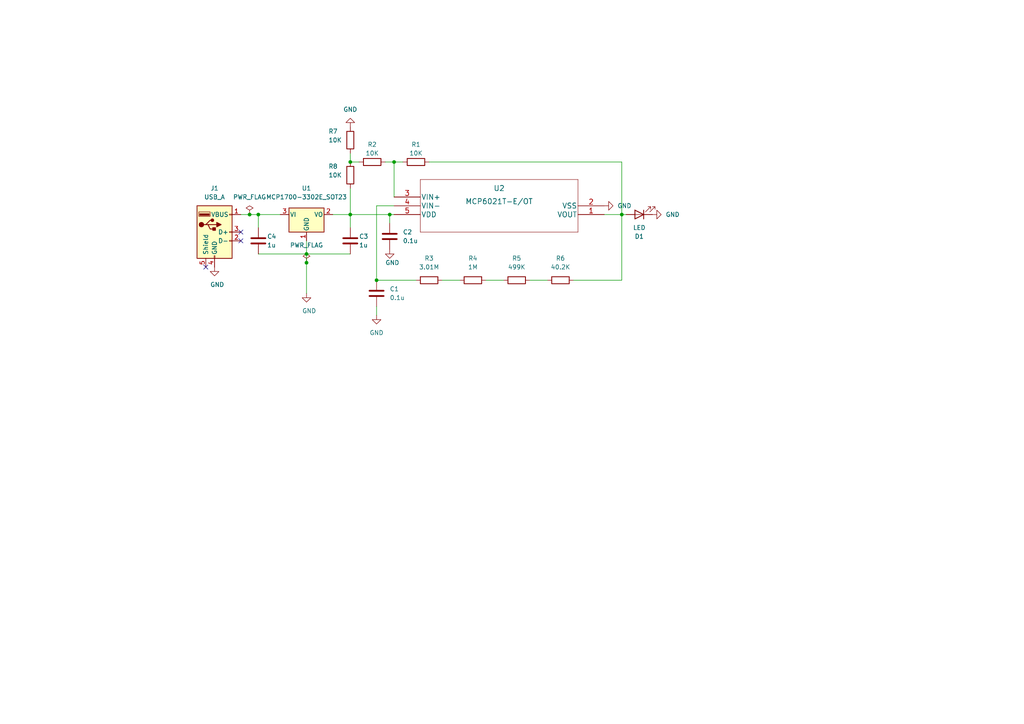
<source format=kicad_sch>
(kicad_sch (version 20211123) (generator eeschema)

  (uuid 3ad46aeb-8106-4c7b-abf8-b868ad4a1735)

  (paper "A4")

  (lib_symbols
    (symbol "2022-09-14_18-42-18:MCP6021T-E{slash}OT" (pin_names (offset 0.254)) (in_bom yes) (on_board yes)
      (property "Reference" "U" (id 0) (at 30.48 10.16 0)
        (effects (font (size 1.524 1.524)))
      )
      (property "Value" "MCP6021T-E{slash}OT" (id 1) (at 30.48 7.62 0)
        (effects (font (size 1.524 1.524)))
      )
      (property "Footprint" "SOT-23-5_MC_MCH" (id 2) (at 30.48 6.096 0)
        (effects (font (size 1.524 1.524)) hide)
      )
      (property "Datasheet" "" (id 3) (at 0 0 0)
        (effects (font (size 1.524 1.524)))
      )
      (property "ki_locked" "" (id 4) (at 0 0 0)
        (effects (font (size 1.27 1.27)))
      )
      (property "ki_fp_filters" "SOT-23-5_MC_MCH SOT-23-5_MC_MCH-M SOT-23-5_MC_MCH-L" (id 5) (at 0 0 0)
        (effects (font (size 1.27 1.27)) hide)
      )
      (symbol "MCP6021T-E{slash}OT_1_1"
        (polyline
          (pts
            (xy 7.62 -10.16)
            (xy 53.34 -10.16)
          )
          (stroke (width 0.127) (type default) (color 0 0 0 0))
          (fill (type none))
        )
        (polyline
          (pts
            (xy 7.62 5.08)
            (xy 7.62 -10.16)
          )
          (stroke (width 0.127) (type default) (color 0 0 0 0))
          (fill (type none))
        )
        (polyline
          (pts
            (xy 53.34 -10.16)
            (xy 53.34 5.08)
          )
          (stroke (width 0.127) (type default) (color 0 0 0 0))
          (fill (type none))
        )
        (polyline
          (pts
            (xy 53.34 5.08)
            (xy 7.62 5.08)
          )
          (stroke (width 0.127) (type default) (color 0 0 0 0))
          (fill (type none))
        )
        (pin unspecified line (at 0 0 0) (length 7.62)
          (name "VOUT" (effects (font (size 1.4986 1.4986))))
          (number "1" (effects (font (size 1.4986 1.4986))))
        )
        (pin unspecified line (at 0 -2.54 0) (length 7.62)
          (name "VSS" (effects (font (size 1.4986 1.4986))))
          (number "2" (effects (font (size 1.4986 1.4986))))
        )
        (pin unspecified line (at 60.96 -5.08 180) (length 7.62)
          (name "VIN+" (effects (font (size 1.4986 1.4986))))
          (number "3" (effects (font (size 1.4986 1.4986))))
        )
        (pin unspecified line (at 60.96 -2.54 180) (length 7.62)
          (name "VIN-" (effects (font (size 1.4986 1.4986))))
          (number "4" (effects (font (size 1.4986 1.4986))))
        )
        (pin unspecified line (at 60.96 0 180) (length 7.62)
          (name "VDD" (effects (font (size 1.4986 1.4986))))
          (number "5" (effects (font (size 1.4986 1.4986))))
        )
      )
    )
    (symbol "Connector:USB_A" (pin_names (offset 1.016)) (in_bom yes) (on_board yes)
      (property "Reference" "J" (id 0) (at -5.08 11.43 0)
        (effects (font (size 1.27 1.27)) (justify left))
      )
      (property "Value" "USB_A" (id 1) (at -5.08 8.89 0)
        (effects (font (size 1.27 1.27)) (justify left))
      )
      (property "Footprint" "" (id 2) (at 3.81 -1.27 0)
        (effects (font (size 1.27 1.27)) hide)
      )
      (property "Datasheet" " ~" (id 3) (at 3.81 -1.27 0)
        (effects (font (size 1.27 1.27)) hide)
      )
      (property "ki_keywords" "connector USB" (id 4) (at 0 0 0)
        (effects (font (size 1.27 1.27)) hide)
      )
      (property "ki_description" "USB Type A connector" (id 5) (at 0 0 0)
        (effects (font (size 1.27 1.27)) hide)
      )
      (property "ki_fp_filters" "USB*" (id 6) (at 0 0 0)
        (effects (font (size 1.27 1.27)) hide)
      )
      (symbol "USB_A_0_1"
        (rectangle (start -5.08 -7.62) (end 5.08 7.62)
          (stroke (width 0.254) (type default) (color 0 0 0 0))
          (fill (type background))
        )
        (circle (center -3.81 2.159) (radius 0.635)
          (stroke (width 0.254) (type default) (color 0 0 0 0))
          (fill (type outline))
        )
        (rectangle (start -1.524 4.826) (end -4.318 5.334)
          (stroke (width 0) (type default) (color 0 0 0 0))
          (fill (type outline))
        )
        (rectangle (start -1.27 4.572) (end -4.572 5.842)
          (stroke (width 0) (type default) (color 0 0 0 0))
          (fill (type none))
        )
        (circle (center -0.635 3.429) (radius 0.381)
          (stroke (width 0.254) (type default) (color 0 0 0 0))
          (fill (type outline))
        )
        (rectangle (start -0.127 -7.62) (end 0.127 -6.858)
          (stroke (width 0) (type default) (color 0 0 0 0))
          (fill (type none))
        )
        (polyline
          (pts
            (xy -3.175 2.159)
            (xy -2.54 2.159)
            (xy -1.27 3.429)
            (xy -0.635 3.429)
          )
          (stroke (width 0.254) (type default) (color 0 0 0 0))
          (fill (type none))
        )
        (polyline
          (pts
            (xy -2.54 2.159)
            (xy -1.905 2.159)
            (xy -1.27 0.889)
            (xy 0 0.889)
          )
          (stroke (width 0.254) (type default) (color 0 0 0 0))
          (fill (type none))
        )
        (polyline
          (pts
            (xy 0.635 2.794)
            (xy 0.635 1.524)
            (xy 1.905 2.159)
            (xy 0.635 2.794)
          )
          (stroke (width 0.254) (type default) (color 0 0 0 0))
          (fill (type outline))
        )
        (rectangle (start 0.254 1.27) (end -0.508 0.508)
          (stroke (width 0.254) (type default) (color 0 0 0 0))
          (fill (type outline))
        )
        (rectangle (start 5.08 -2.667) (end 4.318 -2.413)
          (stroke (width 0) (type default) (color 0 0 0 0))
          (fill (type none))
        )
        (rectangle (start 5.08 -0.127) (end 4.318 0.127)
          (stroke (width 0) (type default) (color 0 0 0 0))
          (fill (type none))
        )
        (rectangle (start 5.08 4.953) (end 4.318 5.207)
          (stroke (width 0) (type default) (color 0 0 0 0))
          (fill (type none))
        )
      )
      (symbol "USB_A_1_1"
        (polyline
          (pts
            (xy -1.905 2.159)
            (xy 0.635 2.159)
          )
          (stroke (width 0.254) (type default) (color 0 0 0 0))
          (fill (type none))
        )
        (pin power_in line (at 7.62 5.08 180) (length 2.54)
          (name "VBUS" (effects (font (size 1.27 1.27))))
          (number "1" (effects (font (size 1.27 1.27))))
        )
        (pin bidirectional line (at 7.62 -2.54 180) (length 2.54)
          (name "D-" (effects (font (size 1.27 1.27))))
          (number "2" (effects (font (size 1.27 1.27))))
        )
        (pin bidirectional line (at 7.62 0 180) (length 2.54)
          (name "D+" (effects (font (size 1.27 1.27))))
          (number "3" (effects (font (size 1.27 1.27))))
        )
        (pin power_in line (at 0 -10.16 90) (length 2.54)
          (name "GND" (effects (font (size 1.27 1.27))))
          (number "4" (effects (font (size 1.27 1.27))))
        )
        (pin passive line (at -2.54 -10.16 90) (length 2.54)
          (name "Shield" (effects (font (size 1.27 1.27))))
          (number "5" (effects (font (size 1.27 1.27))))
        )
      )
    )
    (symbol "Device:C" (pin_numbers hide) (pin_names (offset 0.254)) (in_bom yes) (on_board yes)
      (property "Reference" "C" (id 0) (at 0.635 2.54 0)
        (effects (font (size 1.27 1.27)) (justify left))
      )
      (property "Value" "C" (id 1) (at 0.635 -2.54 0)
        (effects (font (size 1.27 1.27)) (justify left))
      )
      (property "Footprint" "" (id 2) (at 0.9652 -3.81 0)
        (effects (font (size 1.27 1.27)) hide)
      )
      (property "Datasheet" "~" (id 3) (at 0 0 0)
        (effects (font (size 1.27 1.27)) hide)
      )
      (property "ki_keywords" "cap capacitor" (id 4) (at 0 0 0)
        (effects (font (size 1.27 1.27)) hide)
      )
      (property "ki_description" "Unpolarized capacitor" (id 5) (at 0 0 0)
        (effects (font (size 1.27 1.27)) hide)
      )
      (property "ki_fp_filters" "C_*" (id 6) (at 0 0 0)
        (effects (font (size 1.27 1.27)) hide)
      )
      (symbol "C_0_1"
        (polyline
          (pts
            (xy -2.032 -0.762)
            (xy 2.032 -0.762)
          )
          (stroke (width 0.508) (type default) (color 0 0 0 0))
          (fill (type none))
        )
        (polyline
          (pts
            (xy -2.032 0.762)
            (xy 2.032 0.762)
          )
          (stroke (width 0.508) (type default) (color 0 0 0 0))
          (fill (type none))
        )
      )
      (symbol "C_1_1"
        (pin passive line (at 0 3.81 270) (length 2.794)
          (name "~" (effects (font (size 1.27 1.27))))
          (number "1" (effects (font (size 1.27 1.27))))
        )
        (pin passive line (at 0 -3.81 90) (length 2.794)
          (name "~" (effects (font (size 1.27 1.27))))
          (number "2" (effects (font (size 1.27 1.27))))
        )
      )
    )
    (symbol "Device:LED" (pin_numbers hide) (pin_names (offset 1.016) hide) (in_bom yes) (on_board yes)
      (property "Reference" "D" (id 0) (at 0 2.54 0)
        (effects (font (size 1.27 1.27)))
      )
      (property "Value" "LED" (id 1) (at 0 -2.54 0)
        (effects (font (size 1.27 1.27)))
      )
      (property "Footprint" "" (id 2) (at 0 0 0)
        (effects (font (size 1.27 1.27)) hide)
      )
      (property "Datasheet" "~" (id 3) (at 0 0 0)
        (effects (font (size 1.27 1.27)) hide)
      )
      (property "ki_keywords" "LED diode" (id 4) (at 0 0 0)
        (effects (font (size 1.27 1.27)) hide)
      )
      (property "ki_description" "Light emitting diode" (id 5) (at 0 0 0)
        (effects (font (size 1.27 1.27)) hide)
      )
      (property "ki_fp_filters" "LED* LED_SMD:* LED_THT:*" (id 6) (at 0 0 0)
        (effects (font (size 1.27 1.27)) hide)
      )
      (symbol "LED_0_1"
        (polyline
          (pts
            (xy -1.27 -1.27)
            (xy -1.27 1.27)
          )
          (stroke (width 0.254) (type default) (color 0 0 0 0))
          (fill (type none))
        )
        (polyline
          (pts
            (xy -1.27 0)
            (xy 1.27 0)
          )
          (stroke (width 0) (type default) (color 0 0 0 0))
          (fill (type none))
        )
        (polyline
          (pts
            (xy 1.27 -1.27)
            (xy 1.27 1.27)
            (xy -1.27 0)
            (xy 1.27 -1.27)
          )
          (stroke (width 0.254) (type default) (color 0 0 0 0))
          (fill (type none))
        )
        (polyline
          (pts
            (xy -3.048 -0.762)
            (xy -4.572 -2.286)
            (xy -3.81 -2.286)
            (xy -4.572 -2.286)
            (xy -4.572 -1.524)
          )
          (stroke (width 0) (type default) (color 0 0 0 0))
          (fill (type none))
        )
        (polyline
          (pts
            (xy -1.778 -0.762)
            (xy -3.302 -2.286)
            (xy -2.54 -2.286)
            (xy -3.302 -2.286)
            (xy -3.302 -1.524)
          )
          (stroke (width 0) (type default) (color 0 0 0 0))
          (fill (type none))
        )
      )
      (symbol "LED_1_1"
        (pin passive line (at -3.81 0 0) (length 2.54)
          (name "K" (effects (font (size 1.27 1.27))))
          (number "1" (effects (font (size 1.27 1.27))))
        )
        (pin passive line (at 3.81 0 180) (length 2.54)
          (name "A" (effects (font (size 1.27 1.27))))
          (number "2" (effects (font (size 1.27 1.27))))
        )
      )
    )
    (symbol "Device:R" (pin_numbers hide) (pin_names (offset 0)) (in_bom yes) (on_board yes)
      (property "Reference" "R" (id 0) (at 2.032 0 90)
        (effects (font (size 1.27 1.27)))
      )
      (property "Value" "R" (id 1) (at 0 0 90)
        (effects (font (size 1.27 1.27)))
      )
      (property "Footprint" "" (id 2) (at -1.778 0 90)
        (effects (font (size 1.27 1.27)) hide)
      )
      (property "Datasheet" "~" (id 3) (at 0 0 0)
        (effects (font (size 1.27 1.27)) hide)
      )
      (property "ki_keywords" "R res resistor" (id 4) (at 0 0 0)
        (effects (font (size 1.27 1.27)) hide)
      )
      (property "ki_description" "Resistor" (id 5) (at 0 0 0)
        (effects (font (size 1.27 1.27)) hide)
      )
      (property "ki_fp_filters" "R_*" (id 6) (at 0 0 0)
        (effects (font (size 1.27 1.27)) hide)
      )
      (symbol "R_0_1"
        (rectangle (start -1.016 -2.54) (end 1.016 2.54)
          (stroke (width 0.254) (type default) (color 0 0 0 0))
          (fill (type none))
        )
      )
      (symbol "R_1_1"
        (pin passive line (at 0 3.81 270) (length 1.27)
          (name "~" (effects (font (size 1.27 1.27))))
          (number "1" (effects (font (size 1.27 1.27))))
        )
        (pin passive line (at 0 -3.81 90) (length 1.27)
          (name "~" (effects (font (size 1.27 1.27))))
          (number "2" (effects (font (size 1.27 1.27))))
        )
      )
    )
    (symbol "Regulator_Linear:MCP1700-3302E_SOT23" (pin_names (offset 0.254)) (in_bom yes) (on_board yes)
      (property "Reference" "U1" (id 0) (at 0 7.62 0)
        (effects (font (size 1.27 1.27)))
      )
      (property "Value" "MCP1700-3302E_SOT23" (id 1) (at 0 5.08 0)
        (effects (font (size 1.27 1.27)))
      )
      (property "Footprint" "Package_TO_SOT_SMD:SOT-23" (id 2) (at 0 10.16 0)
        (effects (font (size 1.27 1.27)) hide)
      )
      (property "Datasheet" "http://ww1.microchip.com/downloads/en/DeviceDoc/20001826D.pdf" (id 3) (at 2.54 -17.78 0)
        (effects (font (size 1.27 1.27)) hide)
      )
      (property "ki_keywords" "regulator linear ldo" (id 4) (at 0 0 0)
        (effects (font (size 1.27 1.27)) hide)
      )
      (property "ki_description" "250mA Low Quiscent Current LDO, 3.3V output, SOT-23" (id 5) (at 0 0 0)
        (effects (font (size 1.27 1.27)) hide)
      )
      (property "ki_fp_filters" "SOT?23*" (id 6) (at 0 0 0)
        (effects (font (size 1.27 1.27)) hide)
      )
      (symbol "MCP1700-3302E_SOT23_0_1"
        (rectangle (start -5.08 1.905) (end 5.08 -5.08)
          (stroke (width 0.254) (type default) (color 0 0 0 0))
          (fill (type background))
        )
      )
      (symbol "MCP1700-3302E_SOT23_1_1"
        (pin power_in line (at 0 -7.62 90) (length 2.54)
          (name "GND" (effects (font (size 1.27 1.27))))
          (number "1" (effects (font (size 1.27 1.27))))
        )
        (pin power_out line (at 7.62 0 180) (length 2.54)
          (name "VO" (effects (font (size 1.27 1.27))))
          (number "2" (effects (font (size 1.27 1.27))))
        )
        (pin power_in line (at -7.62 0 0) (length 2.54)
          (name "VI" (effects (font (size 1.27 1.27))))
          (number "3" (effects (font (size 1.27 1.27))))
        )
      )
    )
    (symbol "power:GND" (power) (pin_names (offset 0)) (in_bom yes) (on_board yes)
      (property "Reference" "#PWR" (id 0) (at 0 -6.35 0)
        (effects (font (size 1.27 1.27)) hide)
      )
      (property "Value" "GND" (id 1) (at 0 -3.81 0)
        (effects (font (size 1.27 1.27)))
      )
      (property "Footprint" "" (id 2) (at 0 0 0)
        (effects (font (size 1.27 1.27)) hide)
      )
      (property "Datasheet" "" (id 3) (at 0 0 0)
        (effects (font (size 1.27 1.27)) hide)
      )
      (property "ki_keywords" "power-flag" (id 4) (at 0 0 0)
        (effects (font (size 1.27 1.27)) hide)
      )
      (property "ki_description" "Power symbol creates a global label with name \"GND\" , ground" (id 5) (at 0 0 0)
        (effects (font (size 1.27 1.27)) hide)
      )
      (symbol "GND_0_1"
        (polyline
          (pts
            (xy 0 0)
            (xy 0 -1.27)
            (xy 1.27 -1.27)
            (xy 0 -2.54)
            (xy -1.27 -1.27)
            (xy 0 -1.27)
          )
          (stroke (width 0) (type default) (color 0 0 0 0))
          (fill (type none))
        )
      )
      (symbol "GND_1_1"
        (pin power_in line (at 0 0 270) (length 0) hide
          (name "GND" (effects (font (size 1.27 1.27))))
          (number "1" (effects (font (size 1.27 1.27))))
        )
      )
    )
    (symbol "power:PWR_FLAG" (power) (pin_numbers hide) (pin_names (offset 0) hide) (in_bom yes) (on_board yes)
      (property "Reference" "#FLG" (id 0) (at 0 1.905 0)
        (effects (font (size 1.27 1.27)) hide)
      )
      (property "Value" "PWR_FLAG" (id 1) (at 0 3.81 0)
        (effects (font (size 1.27 1.27)))
      )
      (property "Footprint" "" (id 2) (at 0 0 0)
        (effects (font (size 1.27 1.27)) hide)
      )
      (property "Datasheet" "~" (id 3) (at 0 0 0)
        (effects (font (size 1.27 1.27)) hide)
      )
      (property "ki_keywords" "power-flag" (id 4) (at 0 0 0)
        (effects (font (size 1.27 1.27)) hide)
      )
      (property "ki_description" "Special symbol for telling ERC where power comes from" (id 5) (at 0 0 0)
        (effects (font (size 1.27 1.27)) hide)
      )
      (symbol "PWR_FLAG_0_0"
        (pin power_out line (at 0 0 90) (length 0)
          (name "pwr" (effects (font (size 1.27 1.27))))
          (number "1" (effects (font (size 1.27 1.27))))
        )
      )
      (symbol "PWR_FLAG_0_1"
        (polyline
          (pts
            (xy 0 0)
            (xy 0 1.27)
            (xy -1.016 1.905)
            (xy 0 2.54)
            (xy 1.016 1.905)
            (xy 0 1.27)
          )
          (stroke (width 0) (type default) (color 0 0 0 0))
          (fill (type none))
        )
      )
    )
  )

  (junction (at 101.6 62.23) (diameter 0) (color 0 0 0 0)
    (uuid 1bbc52fd-d330-4554-811b-1d4d758d600f)
  )
  (junction (at 180.34 62.23) (diameter 0) (color 0 0 0 0)
    (uuid 2e7032f4-fb07-423c-88ac-33cc3bab20ff)
  )
  (junction (at 88.9 73.66) (diameter 0) (color 0 0 0 0)
    (uuid 3edb4a41-0b55-40aa-beff-0f0c9e2185b6)
  )
  (junction (at 113.03 62.23) (diameter 0) (color 0 0 0 0)
    (uuid 69f10bd9-25a0-4fa0-82fd-57390978c55f)
  )
  (junction (at 114.3 46.99) (diameter 0) (color 0 0 0 0)
    (uuid 6e8aba49-d85c-4653-a4e8-866c2c61f3cf)
  )
  (junction (at 101.6 46.99) (diameter 0) (color 0 0 0 0)
    (uuid e6753e61-7a8c-474d-acd1-9d1a5d8ccbf8)
  )
  (junction (at 88.9 76.2) (diameter 0) (color 0 0 0 0)
    (uuid eab5609c-954a-496e-8d5c-7d51cfe8f937)
  )
  (junction (at 74.93 62.23) (diameter 0) (color 0 0 0 0)
    (uuid f5dc1847-9ec5-4c4e-8a6d-d4e07a790c46)
  )
  (junction (at 72.39 62.23) (diameter 0) (color 0 0 0 0)
    (uuid fd9f6f98-3916-4057-991d-894fadcb70e9)
  )
  (junction (at 109.22 81.28) (diameter 0) (color 0 0 0 0)
    (uuid fe1b5989-0c8b-4be3-9532-691e1cabab03)
  )

  (no_connect (at 59.69 77.47) (uuid bfc01c20-9b30-4b05-8322-ed694cd18a0c))
  (no_connect (at 69.85 69.85) (uuid f227a7e7-9080-42db-bed5-de1b883049e9))
  (no_connect (at 69.85 67.31) (uuid f227a7e7-9080-42db-bed5-de1b883049ea))

  (wire (pts (xy 109.22 59.69) (xy 114.3 59.69))
    (stroke (width 0) (type default) (color 0 0 0 0))
    (uuid 071c46d6-cd15-42c8-88f2-631c9ab958e6)
  )
  (wire (pts (xy 153.67 81.28) (xy 158.75 81.28))
    (stroke (width 0) (type default) (color 0 0 0 0))
    (uuid 0d0b3b21-c9e5-4cc8-8bd0-e630778ae02b)
  )
  (wire (pts (xy 101.6 54.61) (xy 101.6 62.23))
    (stroke (width 0) (type default) (color 0 0 0 0))
    (uuid 1a496c5e-63e7-4da4-b73a-ecd29b0df14d)
  )
  (wire (pts (xy 128.27 81.28) (xy 133.35 81.28))
    (stroke (width 0) (type default) (color 0 0 0 0))
    (uuid 1bb92491-aa78-4eee-94ac-dc55b27365cf)
  )
  (wire (pts (xy 180.34 62.23) (xy 180.34 81.28))
    (stroke (width 0) (type default) (color 0 0 0 0))
    (uuid 22560257-d2f5-4c54-afe1-0621668cd0b8)
  )
  (wire (pts (xy 114.3 46.99) (xy 114.3 57.15))
    (stroke (width 0) (type default) (color 0 0 0 0))
    (uuid 2a759099-ce93-4bcd-98ef-37446d75d4e7)
  )
  (wire (pts (xy 109.22 88.9) (xy 109.22 91.44))
    (stroke (width 0) (type default) (color 0 0 0 0))
    (uuid 30bed5bd-7dad-4f49-8284-2a4d4c36e7f9)
  )
  (wire (pts (xy 180.34 46.99) (xy 180.34 62.23))
    (stroke (width 0) (type default) (color 0 0 0 0))
    (uuid 37cb3845-ddc7-4e71-9b68-3be781bff2ba)
  )
  (wire (pts (xy 180.34 62.23) (xy 181.61 62.23))
    (stroke (width 0) (type default) (color 0 0 0 0))
    (uuid 39d23bd5-c321-42ef-8083-0968dd14c6f4)
  )
  (wire (pts (xy 166.37 81.28) (xy 180.34 81.28))
    (stroke (width 0) (type default) (color 0 0 0 0))
    (uuid 3b91ce47-fb34-4b53-9ccc-b3efee75fedc)
  )
  (wire (pts (xy 109.22 81.28) (xy 109.22 59.69))
    (stroke (width 0) (type default) (color 0 0 0 0))
    (uuid 3dc60a63-26b0-4c9c-a9ad-c10aa0003125)
  )
  (wire (pts (xy 175.26 62.23) (xy 180.34 62.23))
    (stroke (width 0) (type default) (color 0 0 0 0))
    (uuid 5043abc1-2f1f-4b18-88cb-c150401f70f3)
  )
  (wire (pts (xy 74.93 62.23) (xy 74.93 66.04))
    (stroke (width 0) (type default) (color 0 0 0 0))
    (uuid 50841624-6c70-4711-b54a-f04bb6b96ab0)
  )
  (wire (pts (xy 101.6 62.23) (xy 101.6 66.04))
    (stroke (width 0) (type default) (color 0 0 0 0))
    (uuid 5b0ac69d-cd0f-4813-a3fd-b0b0a355b434)
  )
  (wire (pts (xy 120.65 81.28) (xy 109.22 81.28))
    (stroke (width 0) (type default) (color 0 0 0 0))
    (uuid 61464d1f-2a22-43b9-add7-04448d56247c)
  )
  (wire (pts (xy 96.52 62.23) (xy 101.6 62.23))
    (stroke (width 0) (type default) (color 0 0 0 0))
    (uuid 69ad055a-40ae-4ad8-b746-cb50ea67ccae)
  )
  (wire (pts (xy 88.9 76.2) (xy 88.9 85.09))
    (stroke (width 0) (type default) (color 0 0 0 0))
    (uuid 6c020099-63e6-495e-9d70-634bc31b2f49)
  )
  (wire (pts (xy 113.03 62.23) (xy 114.3 62.23))
    (stroke (width 0) (type default) (color 0 0 0 0))
    (uuid 70caf3bc-7caf-4cf7-92bf-1e776b481db4)
  )
  (wire (pts (xy 88.9 69.85) (xy 88.9 73.66))
    (stroke (width 0) (type default) (color 0 0 0 0))
    (uuid 85d8adc5-2342-4c09-ab55-9491c01362fa)
  )
  (wire (pts (xy 88.9 73.66) (xy 88.9 76.2))
    (stroke (width 0) (type default) (color 0 0 0 0))
    (uuid 883026e3-71f3-45f7-8877-7e8f80d3b6ea)
  )
  (wire (pts (xy 124.46 46.99) (xy 180.34 46.99))
    (stroke (width 0) (type default) (color 0 0 0 0))
    (uuid 88bd1b65-707e-4f27-9307-02df553d3cf7)
  )
  (wire (pts (xy 72.39 62.23) (xy 74.93 62.23))
    (stroke (width 0) (type default) (color 0 0 0 0))
    (uuid 8ab1fd59-360e-4e17-a46c-5e9818760885)
  )
  (wire (pts (xy 140.97 81.28) (xy 146.05 81.28))
    (stroke (width 0) (type default) (color 0 0 0 0))
    (uuid 94dbfbf5-a209-4644-8bb4-ee20108d7e60)
  )
  (wire (pts (xy 101.6 46.99) (xy 101.6 44.45))
    (stroke (width 0) (type default) (color 0 0 0 0))
    (uuid 9b6780a4-9f07-4755-80cd-7e6ed9f13e78)
  )
  (wire (pts (xy 101.6 62.23) (xy 113.03 62.23))
    (stroke (width 0) (type default) (color 0 0 0 0))
    (uuid a53299b6-7403-4a14-a8eb-1d6c8698190b)
  )
  (wire (pts (xy 114.3 46.99) (xy 111.76 46.99))
    (stroke (width 0) (type default) (color 0 0 0 0))
    (uuid a96c45d9-3276-4086-ad1d-27b836f6a418)
  )
  (wire (pts (xy 88.9 73.66) (xy 101.6 73.66))
    (stroke (width 0) (type default) (color 0 0 0 0))
    (uuid bef433b0-65c8-4d0e-9fa2-000a735908fa)
  )
  (wire (pts (xy 69.85 62.23) (xy 72.39 62.23))
    (stroke (width 0) (type default) (color 0 0 0 0))
    (uuid d1e5be0a-83e5-4f51-a0cc-3a5df62462cb)
  )
  (wire (pts (xy 74.93 62.23) (xy 81.28 62.23))
    (stroke (width 0) (type default) (color 0 0 0 0))
    (uuid d3112b3b-b55d-4f5c-8ab7-c9a159f6034b)
  )
  (wire (pts (xy 101.6 46.99) (xy 104.14 46.99))
    (stroke (width 0) (type default) (color 0 0 0 0))
    (uuid d415e8db-33ad-439f-b0fd-c0d36640550a)
  )
  (wire (pts (xy 113.03 64.77) (xy 113.03 62.23))
    (stroke (width 0) (type default) (color 0 0 0 0))
    (uuid dc0e56f9-bef9-45ea-9d0a-69fdc53b21be)
  )
  (wire (pts (xy 74.93 73.66) (xy 88.9 73.66))
    (stroke (width 0) (type default) (color 0 0 0 0))
    (uuid ef7c5bac-0bcf-4800-bbc6-87bbb4dd5cec)
  )
  (wire (pts (xy 116.84 46.99) (xy 114.3 46.99))
    (stroke (width 0) (type default) (color 0 0 0 0))
    (uuid f5b31320-9780-4949-a532-b4d4f5a4804e)
  )

  (symbol (lib_id "Device:R") (at 101.6 40.64 0) (unit 1)
    (in_bom yes) (on_board yes)
    (uuid 0d733761-9ee4-44c0-8809-6957f839388e)
    (property "Reference" "R7" (id 0) (at 95.25 38.1 0)
      (effects (font (size 1.27 1.27)) (justify left))
    )
    (property "Value" "10K" (id 1) (at 95.25 40.64 0)
      (effects (font (size 1.27 1.27)) (justify left))
    )
    (property "Footprint" "miniproject1-library:RC0603FR-0710KL" (id 2) (at 99.822 40.64 90)
      (effects (font (size 1.27 1.27)) hide)
    )
    (property "Datasheet" "~" (id 3) (at 101.6 40.64 0)
      (effects (font (size 1.27 1.27)) hide)
    )
    (pin "1" (uuid c6dbd136-1b12-4e9b-9e4a-b59db8543642))
    (pin "2" (uuid 56b5b9f6-5bf2-4539-85b7-d1dcdb1d078e))
  )

  (symbol (lib_id "Device:R") (at 124.46 81.28 270) (unit 1)
    (in_bom yes) (on_board yes) (fields_autoplaced)
    (uuid 0f30ad20-4200-43b6-84c1-46ffd1ae4521)
    (property "Reference" "R3" (id 0) (at 124.46 74.93 90))
    (property "Value" "3.01M" (id 1) (at 124.46 77.47 90))
    (property "Footprint" "Resistor_SMD:R_0603_1608Metric" (id 2) (at 124.46 79.502 90)
      (effects (font (size 1.27 1.27)) hide)
    )
    (property "Datasheet" "~" (id 3) (at 124.46 81.28 0)
      (effects (font (size 1.27 1.27)) hide)
    )
    (pin "1" (uuid 9d1eeb01-1a7b-4a3d-9c7d-05cadeecd5c7))
    (pin "2" (uuid 72db7511-c5a4-4044-9274-d0a42a00f435))
  )

  (symbol (lib_id "Device:R") (at 120.65 46.99 90) (unit 1)
    (in_bom yes) (on_board yes)
    (uuid 0f955244-fb06-4b0d-91c6-9a1d509dbac7)
    (property "Reference" "R1" (id 0) (at 120.65 41.91 90))
    (property "Value" "10K" (id 1) (at 120.65 44.45 90))
    (property "Footprint" "miniproject1-library:RC0603FR-0710KL" (id 2) (at 120.65 48.768 90)
      (effects (font (size 1.27 1.27)) hide)
    )
    (property "Datasheet" "~" (id 3) (at 120.65 46.99 0)
      (effects (font (size 1.27 1.27)) hide)
    )
    (pin "1" (uuid dc2207b1-19af-4e9e-a12c-187a8cf8e9b1))
    (pin "2" (uuid bf3407a2-c112-45b2-8f8f-835e20d2ec47))
  )

  (symbol (lib_id "Device:C") (at 74.93 69.85 0) (unit 1)
    (in_bom yes) (on_board yes)
    (uuid 148f7093-e211-49e6-bfbf-857e8fd252cd)
    (property "Reference" "C4" (id 0) (at 77.47 68.58 0)
      (effects (font (size 1.27 1.27)) (justify left))
    )
    (property "Value" "1u" (id 1) (at 77.47 71.12 0)
      (effects (font (size 1.27 1.27)) (justify left))
    )
    (property "Footprint" "miniproject1-library:C0603C105K3RACTU" (id 2) (at 75.8952 73.66 0)
      (effects (font (size 1.27 1.27)) hide)
    )
    (property "Datasheet" "~" (id 3) (at 74.93 69.85 0)
      (effects (font (size 1.27 1.27)) hide)
    )
    (pin "1" (uuid 7239a2ae-f1a2-40fc-b429-2da04bd90a32))
    (pin "2" (uuid ea12b72c-a931-42f2-838b-283ac1b05b70))
  )

  (symbol (lib_id "Device:R") (at 162.56 81.28 270) (unit 1)
    (in_bom yes) (on_board yes) (fields_autoplaced)
    (uuid 14dc49dd-832a-42d7-b8ce-9a191d50929f)
    (property "Reference" "R6" (id 0) (at 162.56 74.93 90))
    (property "Value" "40.2K" (id 1) (at 162.56 77.47 90))
    (property "Footprint" "miniproject1-library:RC0603FR-0740K2L" (id 2) (at 162.56 79.502 90)
      (effects (font (size 1.27 1.27)) hide)
    )
    (property "Datasheet" "~" (id 3) (at 162.56 81.28 0)
      (effects (font (size 1.27 1.27)) hide)
    )
    (pin "1" (uuid 41db9cc8-4108-464b-bbab-05f93a2e5841))
    (pin "2" (uuid f8a563cb-b578-42d9-874c-bab9eca66334))
  )

  (symbol (lib_id "power:GND") (at 109.22 91.44 0) (unit 1)
    (in_bom yes) (on_board yes) (fields_autoplaced)
    (uuid 21b58453-ed0a-4d56-b2a5-9088a0a532a3)
    (property "Reference" "#PWR0106" (id 0) (at 109.22 97.79 0)
      (effects (font (size 1.27 1.27)) hide)
    )
    (property "Value" "GND" (id 1) (at 109.22 96.52 0))
    (property "Footprint" "" (id 2) (at 109.22 91.44 0)
      (effects (font (size 1.27 1.27)) hide)
    )
    (property "Datasheet" "" (id 3) (at 109.22 91.44 0)
      (effects (font (size 1.27 1.27)) hide)
    )
    (pin "1" (uuid 20c5381a-65af-4a53-85f9-11b5fa5ffcfb))
  )

  (symbol (lib_id "power:PWR_FLAG") (at 72.39 62.23 0) (unit 1)
    (in_bom yes) (on_board yes) (fields_autoplaced)
    (uuid 480a6ef2-cade-4a30-baf6-c6189068190c)
    (property "Reference" "#FLG0101" (id 0) (at 72.39 60.325 0)
      (effects (font (size 1.27 1.27)) hide)
    )
    (property "Value" "PWR_FLAG" (id 1) (at 72.39 57.15 0))
    (property "Footprint" "" (id 2) (at 72.39 62.23 0)
      (effects (font (size 1.27 1.27)) hide)
    )
    (property "Datasheet" "~" (id 3) (at 72.39 62.23 0)
      (effects (font (size 1.27 1.27)) hide)
    )
    (pin "1" (uuid b081b517-de4a-422a-8bf7-12a4f7e92b38))
  )

  (symbol (lib_id "Device:R") (at 137.16 81.28 270) (unit 1)
    (in_bom yes) (on_board yes) (fields_autoplaced)
    (uuid 4fb640b5-dcd0-4fc0-89d6-ac6756978f24)
    (property "Reference" "R4" (id 0) (at 137.16 74.93 90))
    (property "Value" "1M" (id 1) (at 137.16 77.47 90))
    (property "Footprint" "miniproject1-library:RC0603FR-071ML" (id 2) (at 137.16 79.502 90)
      (effects (font (size 1.27 1.27)) hide)
    )
    (property "Datasheet" "~" (id 3) (at 137.16 81.28 0)
      (effects (font (size 1.27 1.27)) hide)
    )
    (pin "1" (uuid b1d6aa16-883b-475f-afe7-e051e668e3d7))
    (pin "2" (uuid e5650948-67a6-4b90-a3f6-4307c53a2d0d))
  )

  (symbol (lib_id "power:GND") (at 113.03 72.39 0) (unit 1)
    (in_bom yes) (on_board yes)
    (uuid 58ff0b11-f07d-49c4-94a9-91e8d81f50bd)
    (property "Reference" "#PWR0102" (id 0) (at 113.03 78.74 0)
      (effects (font (size 1.27 1.27)) hide)
    )
    (property "Value" "GND" (id 1) (at 111.76 76.2 0)
      (effects (font (size 1.27 1.27)) (justify left))
    )
    (property "Footprint" "" (id 2) (at 113.03 72.39 0)
      (effects (font (size 1.27 1.27)) hide)
    )
    (property "Datasheet" "" (id 3) (at 113.03 72.39 0)
      (effects (font (size 1.27 1.27)) hide)
    )
    (pin "1" (uuid 0409f146-b24c-4a75-bd20-4899f6bde511))
  )

  (symbol (lib_id "2022-09-14_18-42-18:MCP6021T-E{slash}OT") (at 175.26 62.23 180) (unit 1)
    (in_bom yes) (on_board yes)
    (uuid 5ab2897b-d74c-4882-9e0b-d78c48986ef2)
    (property "Reference" "U2" (id 0) (at 144.78 54.61 0)
      (effects (font (size 1.524 1.524)))
    )
    (property "Value" "MCP6021T-E/OT" (id 1) (at 144.78 58.42 0)
      (effects (font (size 1.524 1.524)))
    )
    (property "Footprint" "miniproject1-library:MCP6021T-E&slash_OT" (id 2) (at 144.78 68.326 0)
      (effects (font (size 1.524 1.524)) hide)
    )
    (property "Datasheet" "" (id 3) (at 175.26 62.23 0)
      (effects (font (size 1.524 1.524)))
    )
    (pin "1" (uuid 0e343378-a2e4-4e36-9309-c3daba84e2ac))
    (pin "2" (uuid d051e979-0e7c-4ea9-8cec-238b37b53ff4))
    (pin "3" (uuid 638604a7-5384-4790-8d82-60bceac95451))
    (pin "4" (uuid 89098257-bf35-4a03-9279-1325abe4920c))
    (pin "5" (uuid 1f592383-795a-4a8c-ba05-e3979f88b8ca))
  )

  (symbol (lib_id "Connector:USB_A") (at 62.23 67.31 0) (unit 1)
    (in_bom yes) (on_board yes) (fields_autoplaced)
    (uuid 62d90bb9-45d8-4e01-8bcb-db89ac9ab606)
    (property "Reference" "J1" (id 0) (at 62.23 54.61 0))
    (property "Value" "USB_A" (id 1) (at 62.23 57.15 0))
    (property "Footprint" "miniproject1-library:MOLEX_48037-0001 (2)" (id 2) (at 66.04 68.58 0)
      (effects (font (size 1.27 1.27)) hide)
    )
    (property "Datasheet" " ~" (id 3) (at 66.04 68.58 0)
      (effects (font (size 1.27 1.27)) hide)
    )
    (pin "1" (uuid 4784e101-bfcd-4be9-8e39-2f1611d422c9))
    (pin "2" (uuid 079adc65-8e85-46a8-b6fa-12066c890c0c))
    (pin "3" (uuid dd0cd45c-225d-4ea5-a8e6-78d80efc8c31))
    (pin "4" (uuid 8e267ea5-6361-4149-aa2b-211443220c6b))
    (pin "5" (uuid c4bcf7fb-c502-474c-a283-78faad24fcfb))
  )

  (symbol (lib_id "power:GND") (at 175.26 59.69 90) (unit 1)
    (in_bom yes) (on_board yes) (fields_autoplaced)
    (uuid 6455336f-6777-4f3a-a7cf-bce0b1a4f836)
    (property "Reference" "#PWR0104" (id 0) (at 181.61 59.69 0)
      (effects (font (size 1.27 1.27)) hide)
    )
    (property "Value" "GND" (id 1) (at 179.07 59.6899 90)
      (effects (font (size 1.27 1.27)) (justify right))
    )
    (property "Footprint" "" (id 2) (at 175.26 59.69 0)
      (effects (font (size 1.27 1.27)) hide)
    )
    (property "Datasheet" "" (id 3) (at 175.26 59.69 0)
      (effects (font (size 1.27 1.27)) hide)
    )
    (pin "1" (uuid f37fbf51-7730-4798-aba9-2b4c57b95afd))
  )

  (symbol (lib_id "Device:C") (at 101.6 69.85 0) (unit 1)
    (in_bom yes) (on_board yes)
    (uuid 8300ad31-8a4f-4b75-8df2-8cff0c1583f7)
    (property "Reference" "C3" (id 0) (at 104.14 68.58 0)
      (effects (font (size 1.27 1.27)) (justify left))
    )
    (property "Value" "1u" (id 1) (at 104.14 71.12 0)
      (effects (font (size 1.27 1.27)) (justify left))
    )
    (property "Footprint" "miniproject1-library:C0603C105K3RACTU" (id 2) (at 102.5652 73.66 0)
      (effects (font (size 1.27 1.27)) hide)
    )
    (property "Datasheet" "~" (id 3) (at 101.6 69.85 0)
      (effects (font (size 1.27 1.27)) hide)
    )
    (pin "1" (uuid 9a34d646-028c-4313-896e-1ff567dc07a6))
    (pin "2" (uuid 497ef67a-a5c6-4463-a5d1-98227b9fcd19))
  )

  (symbol (lib_id "Device:R") (at 149.86 81.28 270) (unit 1)
    (in_bom yes) (on_board yes) (fields_autoplaced)
    (uuid 8357f8e8-0954-4051-b433-e6b2044050a5)
    (property "Reference" "R5" (id 0) (at 149.86 74.93 90))
    (property "Value" "499K" (id 1) (at 149.86 77.47 90))
    (property "Footprint" "miniproject1-library:RC0603FR-07499KL" (id 2) (at 149.86 79.502 90)
      (effects (font (size 1.27 1.27)) hide)
    )
    (property "Datasheet" "~" (id 3) (at 149.86 81.28 0)
      (effects (font (size 1.27 1.27)) hide)
    )
    (pin "1" (uuid a61928f8-f47e-4477-8fc6-c33b4d90c569))
    (pin "2" (uuid 7c252ef2-4ad4-4d6b-bf3e-ca15a1f0335c))
  )

  (symbol (lib_id "Device:R") (at 101.6 50.8 0) (unit 1)
    (in_bom yes) (on_board yes)
    (uuid 87108e67-72d0-46fd-8bb4-efaa1941002f)
    (property "Reference" "R8" (id 0) (at 95.25 48.26 0)
      (effects (font (size 1.27 1.27)) (justify left))
    )
    (property "Value" "10K" (id 1) (at 95.25 50.8 0)
      (effects (font (size 1.27 1.27)) (justify left))
    )
    (property "Footprint" "miniproject1-library:RC0603FR-0710KL" (id 2) (at 99.822 50.8 90)
      (effects (font (size 1.27 1.27)) hide)
    )
    (property "Datasheet" "~" (id 3) (at 101.6 50.8 0)
      (effects (font (size 1.27 1.27)) hide)
    )
    (pin "1" (uuid 8dfdcb20-a26c-4c89-bf1b-e2858fc652a1))
    (pin "2" (uuid 9634f84d-c0cb-4448-a29e-a0e5ec60c76b))
  )

  (symbol (lib_id "power:GND") (at 101.6 36.83 180) (unit 1)
    (in_bom yes) (on_board yes) (fields_autoplaced)
    (uuid 97b8f95b-b848-4a3c-8632-5ab22f6f2a45)
    (property "Reference" "#PWR0101" (id 0) (at 101.6 30.48 0)
      (effects (font (size 1.27 1.27)) hide)
    )
    (property "Value" "GND" (id 1) (at 101.6 31.75 0))
    (property "Footprint" "" (id 2) (at 101.6 36.83 0)
      (effects (font (size 1.27 1.27)) hide)
    )
    (property "Datasheet" "" (id 3) (at 101.6 36.83 0)
      (effects (font (size 1.27 1.27)) hide)
    )
    (pin "1" (uuid 00d0f8e0-2af7-46be-9f7d-f1e947b6bde5))
  )

  (symbol (lib_id "power:PWR_FLAG") (at 88.9 76.2 0) (unit 1)
    (in_bom yes) (on_board yes) (fields_autoplaced)
    (uuid a920d860-483c-4803-b17a-00fc1ed1fc21)
    (property "Reference" "#FLG0102" (id 0) (at 88.9 74.295 0)
      (effects (font (size 1.27 1.27)) hide)
    )
    (property "Value" "PWR_FLAG" (id 1) (at 88.9 71.12 0))
    (property "Footprint" "" (id 2) (at 88.9 76.2 0)
      (effects (font (size 1.27 1.27)) hide)
    )
    (property "Datasheet" "~" (id 3) (at 88.9 76.2 0)
      (effects (font (size 1.27 1.27)) hide)
    )
    (pin "1" (uuid 23e706b8-814b-4e4b-8b63-395add346f52))
  )

  (symbol (lib_id "Device:C") (at 109.22 85.09 0) (unit 1)
    (in_bom yes) (on_board yes) (fields_autoplaced)
    (uuid b35bb86b-cec9-453c-8ed5-5d368440e391)
    (property "Reference" "C1" (id 0) (at 113.03 83.8199 0)
      (effects (font (size 1.27 1.27)) (justify left))
    )
    (property "Value" "0.1u" (id 1) (at 113.03 86.3599 0)
      (effects (font (size 1.27 1.27)) (justify left))
    )
    (property "Footprint" "miniproject1-library:CAPC1608X90" (id 2) (at 110.1852 88.9 0)
      (effects (font (size 1.27 1.27)) hide)
    )
    (property "Datasheet" "~" (id 3) (at 109.22 85.09 0)
      (effects (font (size 1.27 1.27)) hide)
    )
    (pin "1" (uuid 5a2c8410-2d8f-4652-9c5a-c8d3f1da4bd7))
    (pin "2" (uuid d4faf6a7-0727-4290-99a4-d06bea2c54dc))
  )

  (symbol (lib_id "power:GND") (at 88.9 85.09 0) (unit 1)
    (in_bom yes) (on_board yes)
    (uuid d9b26976-53aa-4b15-8b47-0112a8c7311c)
    (property "Reference" "#PWR0107" (id 0) (at 88.9 91.44 0)
      (effects (font (size 1.27 1.27)) hide)
    )
    (property "Value" "GND" (id 1) (at 87.63 90.17 0)
      (effects (font (size 1.27 1.27)) (justify left))
    )
    (property "Footprint" "" (id 2) (at 88.9 85.09 0)
      (effects (font (size 1.27 1.27)) hide)
    )
    (property "Datasheet" "" (id 3) (at 88.9 85.09 0)
      (effects (font (size 1.27 1.27)) hide)
    )
    (pin "1" (uuid db8e2d9a-1ca9-426f-8c34-ab540b6e9306))
  )

  (symbol (lib_id "power:GND") (at 189.23 62.23 90) (unit 1)
    (in_bom yes) (on_board yes) (fields_autoplaced)
    (uuid d9f37795-55fd-4350-b45b-95b897722982)
    (property "Reference" "#PWR0105" (id 0) (at 195.58 62.23 0)
      (effects (font (size 1.27 1.27)) hide)
    )
    (property "Value" "GND" (id 1) (at 193.04 62.2299 90)
      (effects (font (size 1.27 1.27)) (justify right))
    )
    (property "Footprint" "" (id 2) (at 189.23 62.23 0)
      (effects (font (size 1.27 1.27)) hide)
    )
    (property "Datasheet" "" (id 3) (at 189.23 62.23 0)
      (effects (font (size 1.27 1.27)) hide)
    )
    (pin "1" (uuid f395e742-3e06-431d-a7f9-b08d978dc86f))
  )

  (symbol (lib_id "Device:R") (at 107.95 46.99 90) (unit 1)
    (in_bom yes) (on_board yes)
    (uuid def551b3-32ac-42d9-bf60-e82bf5bd2cde)
    (property "Reference" "R2" (id 0) (at 107.95 41.91 90))
    (property "Value" "10K" (id 1) (at 107.95 44.45 90))
    (property "Footprint" "miniproject1-library:RC0603FR-0710KL" (id 2) (at 107.95 48.768 90)
      (effects (font (size 1.27 1.27)) hide)
    )
    (property "Datasheet" "~" (id 3) (at 107.95 46.99 0)
      (effects (font (size 1.27 1.27)) hide)
    )
    (pin "1" (uuid 9f95ea14-6784-4f33-9ecd-909df4ef107f))
    (pin "2" (uuid 9cdc225e-fbb2-4f93-b377-56267dfc65e6))
  )

  (symbol (lib_id "Regulator_Linear:MCP1700-3302E_SOT23") (at 88.9 62.23 0) (unit 1)
    (in_bom yes) (on_board yes)
    (uuid e372af1b-709c-4936-8315-8907ba46fd48)
    (property "Reference" "U1" (id 0) (at 88.9 54.61 0))
    (property "Value" "MCP1700-3302E_SOT23" (id 1) (at 88.9 57.15 0))
    (property "Footprint" "miniproject1-library:MCP1702T-3302E&slash_CB" (id 2) (at 88.9 52.07 0)
      (effects (font (size 1.27 1.27)) hide)
    )
    (property "Datasheet" "http://ww1.microchip.com/downloads/en/DeviceDoc/20001826D.pdf" (id 3) (at 91.44 80.01 0)
      (effects (font (size 1.27 1.27)) hide)
    )
    (pin "1" (uuid bad0f582-1db8-4941-b9b9-afc528791f4e))
    (pin "2" (uuid 3d04a98e-0509-437f-b13c-58bd2bcba30a))
    (pin "3" (uuid be4ba11e-0d0c-45b3-aa2a-e2c75e2e63e2))
  )

  (symbol (lib_id "Device:LED") (at 185.42 62.23 180) (unit 1)
    (in_bom yes) (on_board yes)
    (uuid e79886d7-5a05-45eb-b7c8-ef654d12898a)
    (property "Reference" "D1" (id 0) (at 185.42 68.58 0))
    (property "Value" "LED" (id 1) (at 185.42 66.04 0))
    (property "Footprint" "Diode_SMD:D_0805_2012Metric" (id 2) (at 185.42 62.23 0)
      (effects (font (size 1.27 1.27)) hide)
    )
    (property "Datasheet" "~" (id 3) (at 185.42 62.23 0)
      (effects (font (size 1.27 1.27)) hide)
    )
    (pin "1" (uuid 1be69bc3-4a13-48cb-b13e-d613255aadda))
    (pin "2" (uuid de833c99-f99b-40c8-9bdd-cbf2b7118bf1))
  )

  (symbol (lib_id "Device:C") (at 113.03 68.58 0) (unit 1)
    (in_bom yes) (on_board yes)
    (uuid ec0e8899-6aea-43fa-b456-2b2a99121eb1)
    (property "Reference" "C2" (id 0) (at 116.84 67.31 0)
      (effects (font (size 1.27 1.27)) (justify left))
    )
    (property "Value" "0.1u" (id 1) (at 116.84 69.85 0)
      (effects (font (size 1.27 1.27)) (justify left))
    )
    (property "Footprint" "miniproject1-library:CAPC1608X90" (id 2) (at 113.9952 72.39 0)
      (effects (font (size 1.27 1.27)) hide)
    )
    (property "Datasheet" "~" (id 3) (at 113.03 68.58 0)
      (effects (font (size 1.27 1.27)) hide)
    )
    (pin "1" (uuid 705f9ac2-e639-400a-a788-87c316276760))
    (pin "2" (uuid 32e0bf21-f333-4db9-ac62-cdf355d39981))
  )

  (symbol (lib_id "power:GND") (at 62.23 77.47 0) (unit 1)
    (in_bom yes) (on_board yes)
    (uuid f596b57a-d9da-4c3f-91f2-e5e89d7afd40)
    (property "Reference" "#PWR0103" (id 0) (at 62.23 83.82 0)
      (effects (font (size 1.27 1.27)) hide)
    )
    (property "Value" "GND" (id 1) (at 60.96 82.55 0)
      (effects (font (size 1.27 1.27)) (justify left))
    )
    (property "Footprint" "" (id 2) (at 62.23 77.47 0)
      (effects (font (size 1.27 1.27)) hide)
    )
    (property "Datasheet" "" (id 3) (at 62.23 77.47 0)
      (effects (font (size 1.27 1.27)) hide)
    )
    (pin "1" (uuid a309b027-fae4-470b-838e-7c051bfe5bfb))
  )

  (sheet_instances
    (path "/" (page "1"))
  )

  (symbol_instances
    (path "/480a6ef2-cade-4a30-baf6-c6189068190c"
      (reference "#FLG0101") (unit 1) (value "PWR_FLAG") (footprint "")
    )
    (path "/a920d860-483c-4803-b17a-00fc1ed1fc21"
      (reference "#FLG0102") (unit 1) (value "PWR_FLAG") (footprint "")
    )
    (path "/97b8f95b-b848-4a3c-8632-5ab22f6f2a45"
      (reference "#PWR0101") (unit 1) (value "GND") (footprint "")
    )
    (path "/58ff0b11-f07d-49c4-94a9-91e8d81f50bd"
      (reference "#PWR0102") (unit 1) (value "GND") (footprint "")
    )
    (path "/f596b57a-d9da-4c3f-91f2-e5e89d7afd40"
      (reference "#PWR0103") (unit 1) (value "GND") (footprint "")
    )
    (path "/6455336f-6777-4f3a-a7cf-bce0b1a4f836"
      (reference "#PWR0104") (unit 1) (value "GND") (footprint "")
    )
    (path "/d9f37795-55fd-4350-b45b-95b897722982"
      (reference "#PWR0105") (unit 1) (value "GND") (footprint "")
    )
    (path "/21b58453-ed0a-4d56-b2a5-9088a0a532a3"
      (reference "#PWR0106") (unit 1) (value "GND") (footprint "")
    )
    (path "/d9b26976-53aa-4b15-8b47-0112a8c7311c"
      (reference "#PWR0107") (unit 1) (value "GND") (footprint "")
    )
    (path "/b35bb86b-cec9-453c-8ed5-5d368440e391"
      (reference "C1") (unit 1) (value "0.1u") (footprint "miniproject1-library:CAPC1608X90")
    )
    (path "/ec0e8899-6aea-43fa-b456-2b2a99121eb1"
      (reference "C2") (unit 1) (value "0.1u") (footprint "miniproject1-library:CAPC1608X90")
    )
    (path "/8300ad31-8a4f-4b75-8df2-8cff0c1583f7"
      (reference "C3") (unit 1) (value "1u") (footprint "miniproject1-library:C0603C105K3RACTU")
    )
    (path "/148f7093-e211-49e6-bfbf-857e8fd252cd"
      (reference "C4") (unit 1) (value "1u") (footprint "miniproject1-library:C0603C105K3RACTU")
    )
    (path "/e79886d7-5a05-45eb-b7c8-ef654d12898a"
      (reference "D1") (unit 1) (value "LED") (footprint "Diode_SMD:D_0805_2012Metric")
    )
    (path "/62d90bb9-45d8-4e01-8bcb-db89ac9ab606"
      (reference "J1") (unit 1) (value "USB_A") (footprint "miniproject1-library:MOLEX_48037-0001 (2)")
    )
    (path "/0f955244-fb06-4b0d-91c6-9a1d509dbac7"
      (reference "R1") (unit 1) (value "10K") (footprint "miniproject1-library:RC0603FR-0710KL")
    )
    (path "/def551b3-32ac-42d9-bf60-e82bf5bd2cde"
      (reference "R2") (unit 1) (value "10K") (footprint "miniproject1-library:RC0603FR-0710KL")
    )
    (path "/0f30ad20-4200-43b6-84c1-46ffd1ae4521"
      (reference "R3") (unit 1) (value "3.01M") (footprint "Resistor_SMD:R_0603_1608Metric")
    )
    (path "/4fb640b5-dcd0-4fc0-89d6-ac6756978f24"
      (reference "R4") (unit 1) (value "1M") (footprint "miniproject1-library:RC0603FR-071ML")
    )
    (path "/8357f8e8-0954-4051-b433-e6b2044050a5"
      (reference "R5") (unit 1) (value "499K") (footprint "miniproject1-library:RC0603FR-07499KL")
    )
    (path "/14dc49dd-832a-42d7-b8ce-9a191d50929f"
      (reference "R6") (unit 1) (value "40.2K") (footprint "miniproject1-library:RC0603FR-0740K2L")
    )
    (path "/0d733761-9ee4-44c0-8809-6957f839388e"
      (reference "R7") (unit 1) (value "10K") (footprint "miniproject1-library:RC0603FR-0710KL")
    )
    (path "/87108e67-72d0-46fd-8bb4-efaa1941002f"
      (reference "R8") (unit 1) (value "10K") (footprint "miniproject1-library:RC0603FR-0710KL")
    )
    (path "/e372af1b-709c-4936-8315-8907ba46fd48"
      (reference "U1") (unit 1) (value "MCP1700-3302E_SOT23") (footprint "miniproject1-library:MCP1702T-3302E&slash_CB")
    )
    (path "/5ab2897b-d74c-4882-9e0b-d78c48986ef2"
      (reference "U2") (unit 1) (value "MCP6021T-E/OT") (footprint "miniproject1-library:MCP6021T-E&slash_OT")
    )
  )
)

</source>
